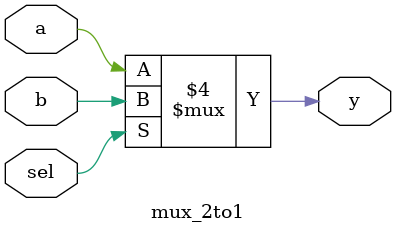
<source format=v>
module mux_2to1 (
    input wire a,
    input wire b,
    input wire sel,
    output wire y
);

    always @(*) begin
        // If selector is 0, output a; else, output b
        if (sel == 0) begin
            y = a;
        end else begin
            y = b;
        end
    end

endmodule
</source>
